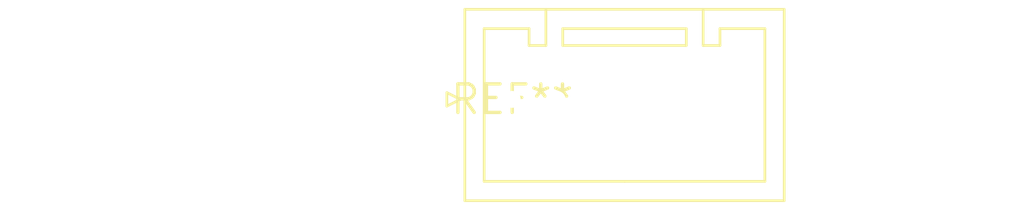
<source format=kicad_pcb>
(kicad_pcb (version 20240108) (generator pcbnew)
  (layers (0 "F.Cu" signal) (31 "B.Cu" signal) (34 "B.Paste" user) (35 "F.Paste" user) (36 "B.SilkS" user "B.Silkscreen") (37 "F.SilkS" user "F.Silkscreen") (38 "B.Mask" user) (39 "F.Mask" user) (44 "Edge.Cuts" user))
  (net 0 "")
  (footprint "JST_PUD_B12B-PUDSS_2x06_P2.00mm_Vertical" (layer "F.Cu") (at 0 0)
    (property "Reference" "REF**")
    (property "Value" "JST_PUD_B12B-PUDSS_2x06_P2.00mm_Vertical")
    (fp_line (start -2.91 -0.3) (end -2.31 0) (layer "F.SilkS") (stroke (width 0.12)))
    (fp_line (start -2.91 0.3) (end -2.91 -0.3) (layer "F.SilkS") (stroke (width 0.12)))
    (fp_line (start -2.31 0) (end -2.91 0.3) (layer "F.SilkS") (stroke (width 0.12)))
    (fp_line (start -2.11 -4.01) (end -2.11 4.51) (layer "F.SilkS") (stroke (width 0.12)))
    (fp_line (start -2.11 4.51) (end 12.11 4.51) (layer "F.SilkS") (stroke (width 0.12)))
    (fp_line (start -1.25 -3.15) (end -1.25 3.65) (layer "F.SilkS") (stroke (width 0.12)))
    (fp_line (start -1.25 3.65) (end 5 3.65) (layer "F.SilkS") (stroke (width 0.12)))
    (fp_line (start 0.75 -3.15) (end -1.25 -3.15) (layer "F.SilkS") (stroke (width 0.12)))
    (fp_line (start 0.75 -2.4) (end 0.75 -3.15) (layer "F.SilkS") (stroke (width 0.12)))
    (fp_line (start 1.5 -4.01) (end 1.5 -2.4) (layer "F.SilkS") (stroke (width 0.12)))
    (fp_line (start 1.5 -2.4) (end 0.75 -2.4) (layer "F.SilkS") (stroke (width 0.12)))
    (fp_line (start 2.25 -3.15) (end 2.25 -2.4) (layer "F.SilkS") (stroke (width 0.12)))
    (fp_line (start 2.25 -2.4) (end 7.75 -2.4) (layer "F.SilkS") (stroke (width 0.12)))
    (fp_line (start 7.75 -3.15) (end 2.25 -3.15) (layer "F.SilkS") (stroke (width 0.12)))
    (fp_line (start 7.75 -2.4) (end 7.75 -3.15) (layer "F.SilkS") (stroke (width 0.12)))
    (fp_line (start 8.5 -4.01) (end 8.5 -2.4) (layer "F.SilkS") (stroke (width 0.12)))
    (fp_line (start 8.5 -2.4) (end 9.25 -2.4) (layer "F.SilkS") (stroke (width 0.12)))
    (fp_line (start 9.25 -3.15) (end 11.25 -3.15) (layer "F.SilkS") (stroke (width 0.12)))
    (fp_line (start 9.25 -2.4) (end 9.25 -3.15) (layer "F.SilkS") (stroke (width 0.12)))
    (fp_line (start 11.25 -3.15) (end 11.25 3.65) (layer "F.SilkS") (stroke (width 0.12)))
    (fp_line (start 11.25 3.65) (end 5 3.65) (layer "F.SilkS") (stroke (width 0.12)))
    (fp_line (start 12.11 -4.01) (end -2.11 -4.01) (layer "F.SilkS") (stroke (width 0.12)))
    (fp_line (start 12.11 4.51) (end 12.11 -4.01) (layer "F.SilkS") (stroke (width 0.12)))
    (pad "1" thru_hole roundrect (at 0 0) (size 1.2 1.2) (drill 0.75) (layers *.Cu *.Mask) (remove_unused_layers) (roundrect_rratio 0.208333))
    (pad "2" thru_hole circle (at 0 2) (size 1.2 1.2) (drill 0.75) (layers *.Cu *.Mask) (remove_unused_layers))
    (pad "3" thru_hole circle (at 2 0) (size 1.2 1.2) (drill 0.75) (layers *.Cu *.Mask) (remove_unused_layers))
    (pad "4" thru_hole circle (at 2 2) (size 1.2 1.2) (drill 0.75) (layers *.Cu *.Mask) (remove_unused_layers))
    (pad "5" thru_hole circle (at 4 0) (size 1.2 1.2) (drill 0.75) (layers *.Cu *.Mask) (remove_unused_layers))
    (pad "6" thru_hole circle (at 4 2) (size 1.2 1.2) (drill 0.75) (layers *.Cu *.Mask) (remove_unused_layers))
    (pad "7" thru_hole circle (at 6 0) (size 1.2 1.2) (drill 0.75) (layers *.Cu *.Mask) (remove_unused_layers))
    (pad "8" thru_hole circle (at 6 2) (size 1.2 1.2) (drill 0.75) (layers *.Cu *.Mask) (remove_unused_layers))
    (pad "9" thru_hole circle (at 8 0) (size 1.2 1.2) (drill 0.75) (layers *.Cu *.Mask) (remove_unused_layers))
    (pad "10" thru_hole circle (at 8 2) (size 1.2 1.2) (drill 0.75) (layers *.Cu *.Mask) (remove_unused_layers))
    (pad "11" thru_hole circle (at 10 0) (size 1.2 1.2) (drill 0.75) (layers *.Cu *.Mask) (remove_unused_layers))
    (pad "12" thru_hole circle (at 10 2) (size 1.2 1.2) (drill 0.75) (layers *.Cu *.Mask) (remove_unused_layers))
  )
)
</source>
